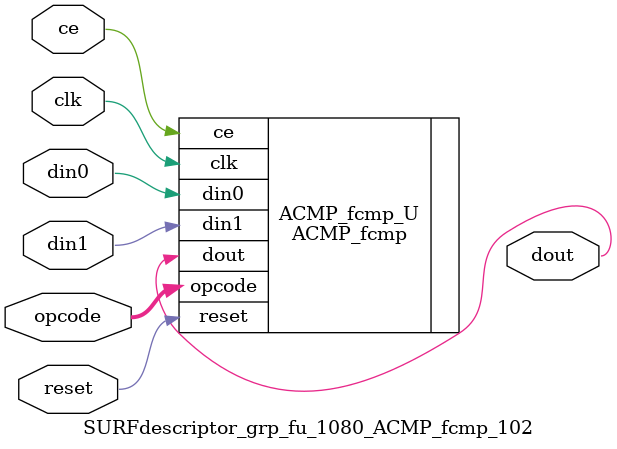
<source format=v>

`timescale 1 ns / 1 ps
module SURFdescriptor_grp_fu_1080_ACMP_fcmp_102(
    clk,
    reset,
    ce,
    din0,
    din1,
    opcode,
    dout);

parameter ID = 32'd1;
parameter NUM_STAGE = 32'd1;
parameter din0_WIDTH = 32'd1;
parameter din1_WIDTH = 32'd1;
parameter dout_WIDTH = 32'd1;
input clk;
input reset;
input ce;
input[din0_WIDTH - 1:0] din0;
input[din1_WIDTH - 1:0] din1;
input[5 - 1:0] opcode;
output[dout_WIDTH - 1:0] dout;



ACMP_fcmp #(
.ID( ID ),
.NUM_STAGE( 3 ),
.din0_WIDTH( din0_WIDTH ),
.din1_WIDTH( din1_WIDTH ),
.dout_WIDTH( dout_WIDTH ))
ACMP_fcmp_U(
    .clk( clk ),
    .reset( reset ),
    .ce( ce ),
    .din0( din0 ),
    .din1( din1 ),
    .dout( dout ),
    .opcode( opcode ));

endmodule

</source>
